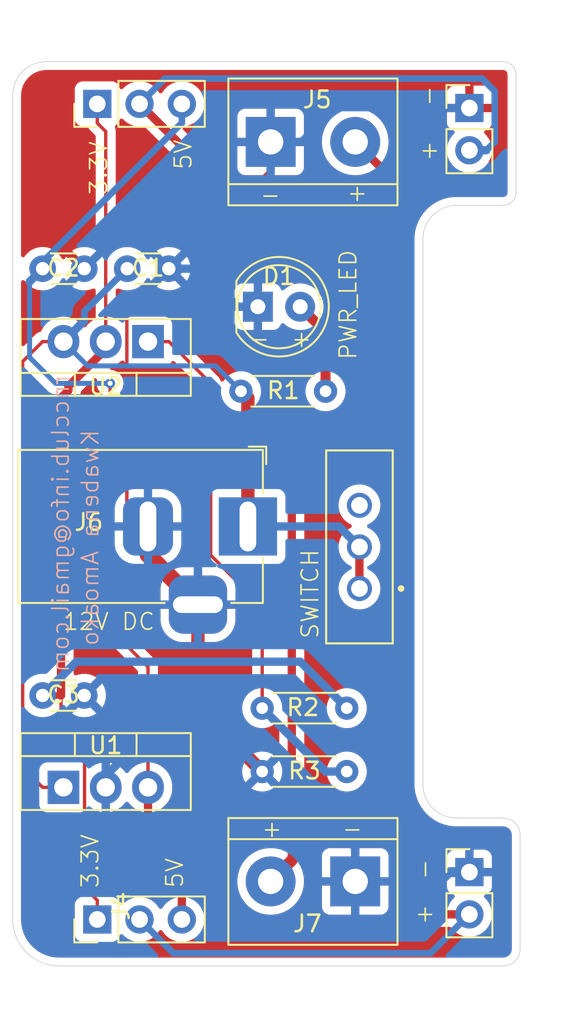
<source format=kicad_pcb>
(kicad_pcb (version 20241229) (generator "pcbnew") (generator_version "9.0")
  (title_block (title "BreadBoard Power Supply") (date "2025-07-16") (company "Kwabena Amoako"))
  (layers (0 "F.Cu" signal) (2 "B.Cu" signal) (13 "F.Paste" user) (15 "B.Paste" user) (5 "F.SilkS" user "F.Silkscreen") (7 "B.SilkS" user "B.Silkscreen") (1 "F.Mask" user) (3 "B.Mask" user) (25 "Edge.Cuts" user))
  (net 0 "")
  (net 1 "12V")
  (net 2 "GND")
  (net 3 "5V")
  (net 4 "3.3V")
  (net 5 "Net-(D1-A)")
  (net 6 "Net-(J1-Pin_2)")
  (net 7 "Net-(J2-Pin_2)")
  (net 8 "Net-(U2-ADJ)")
  (footprint "Capacitor_THT:C_Disc_D3.0mm_W1.6mm_P2.50mm" (layer "F.Cu") (at 114.162 67.6095)
    (property "Reference" "C1" (at 1.25 -0.0455 0) (layer "F.SilkS"))
    (property "Value" "10u")
    (fp_line (start 0.485 -0.92) (end 2.015 -0.92) (stroke (width 0.12)) (layer "F.SilkS"))
    (fp_line (start 2.015 0.92) (end 0.485 0.92) (stroke (width 0.12)) (layer "F.SilkS"))
    (pad "1" thru_hole circle (at 0 0) (size 1.6 1.6) (drill 0.8) (layers "*.Cu" "*.Mask") (net 1 "12V"))
    (pad "2" thru_hole circle (at 2.5 0) (size 1.6 1.6) (drill 0.8) (layers "*.Cu" "*.Mask") (net 2 "GND"))
  )
  (footprint "TerminalBlock:TerminalBlock_bornier-2_P5.08mm" (layer "F.Cu") (at 127.858 104.4395 180)
    (property "Reference" "J7" (at 2.873334 -2.54 0) (layer "F.SilkS"))
    (property "Value" "Screw_Terminal_01x02")
    (fp_line (start 7.62 3.81) (end 7.62 -3.81) (stroke (width 0.12)) (layer "F.SilkS"))
    (fp_line (start 7.62 2.54) (end -2.54 2.54) (stroke (width 0.12)) (layer "F.SilkS"))
    (fp_line (start 7.62 -3.81) (end -2.54 -3.81) (stroke (width 0.12)) (layer "F.SilkS"))
    (fp_line (start -2.54 3.81) (end 7.62 3.81) (stroke (width 0.12)) (layer "F.SilkS"))
    (fp_line (start -2.54 -3.81) (end -2.54 3.81) (stroke (width 0.12)) (layer "F.SilkS"))
    (pad "1" thru_hole rect (at 0 0 180) (size 3 3) (drill 1.52) (layers "*.Cu" "*.Mask") (net 2 "GND"))
    (pad "2" thru_hole circle (at 5.08 0 180) (size 3 3) (drill 1.52) (layers "*.Cu" "*.Mask") (net 6 "Net-(J1-Pin_2)"))
  )
  (footprint "Resistor_THT:R_Axial_DIN0204_L3.6mm_D1.6mm_P5.08mm_Horizontal" (layer "F.Cu") (at 126.075 74.9755 180)
    (property "Reference" "R1" (at 2.54 0.0455 0) (layer "F.SilkS"))
    (property "Value" "330")
    (fp_line (start 0.62 0.92) (end 4.46 0.92) (stroke (width 0.12)) (layer "F.SilkS"))
    (fp_line (start 0.62 -0.92) (end 4.46 -0.92) (stroke (width 0.12)) (layer "F.SilkS"))
    (pad "1" thru_hole circle (at 0 0 180) (size 1.4 1.4) (drill 0.7) (layers "*.Cu" "*.Mask") (net 5 "Net-(D1-A)"))
    (pad "2" thru_hole circle (at 5.08 0 180) (size 1.4 1.4) (drill 0.7) (layers "*.Cu" "*.Mask") (net 1 "12V"))
  )
  (footprint "Resistor_THT:R_Axial_DIN0204_L3.6mm_D1.6mm_P5.08mm_Horizontal" (layer "F.Cu") (at 122.27 97.8355)
    (property "Reference" "R3" (at 2.54 -0.0455 0) (layer "F.SilkS"))
    (property "Value" "560")
    (fp_line (start 0.62 -0.92) (end 4.46 -0.92) (stroke (width 0.12)) (layer "F.SilkS"))
    (fp_line (start 0.62 0.92) (end 4.46 0.92) (stroke (width 0.12)) (layer "F.SilkS"))
    (pad "1" thru_hole circle (at 0 0) (size 1.4 1.4) (drill 0.7) (layers "*.Cu" "*.Mask") (net 2 "GND"))
    (pad "2" thru_hole circle (at 5.08 0) (size 1.4 1.4) (drill 0.7) (layers "*.Cu" "*.Mask") (net 8 "Net-(U2-ADJ)"))
  )
  (footprint "Capacitor_THT:C_Disc_D3.0mm_W1.6mm_P2.50mm" (layer "F.Cu") (at 109.082 67.6095)
    (property "Reference" "C2" (at 1.25 -0.0455 0) (layer "F.SilkS"))
    (property "Value" "0.1u")
    (fp_line (start 0.485 -0.92) (end 2.015 -0.92) (stroke (width 0.12)) (layer "F.SilkS"))
    (fp_line (start 2.015 0.92) (end 0.485 0.92) (stroke (width 0.12)) (layer "F.SilkS"))
    (pad "1" thru_hole circle (at 0 0) (size 1.6 1.6) (drill 0.8) (layers "*.Cu" "*.Mask") (net 3 "5V"))
    (pad "2" thru_hole circle (at 2.5 0) (size 1.6 1.6) (drill 0.8) (layers "*.Cu" "*.Mask") (net 2 "GND"))
  )
  (footprint "TerminalBlock:TerminalBlock_bornier-2_P5.08mm" (layer "F.Cu") (at 122.778 59.9895)
    (property "Reference" "J5" (at 2.794 -2.54 0) (layer "F.SilkS"))
    (property "Value" "Screw_Terminal_01x02")
    (fp_line (start -2.54 -3.81) (end -2.54 3.81) (stroke (width 0.12)) (layer "F.SilkS"))
    (fp_line (start -2.54 3.81) (end 7.62 3.81) (stroke (width 0.12)) (layer "F.SilkS"))
    (fp_line (start 7.62 -3.81) (end -2.54 -3.81) (stroke (width 0.12)) (layer "F.SilkS"))
    (fp_line (start 7.62 2.54) (end -2.54 2.54) (stroke (width 0.12)) (layer "F.SilkS"))
    (fp_line (start 7.62 3.81) (end 7.62 -3.81) (stroke (width 0.12)) (layer "F.SilkS"))
    (pad "1" thru_hole rect (at 0 0) (size 3 3) (drill 1.52) (layers "*.Cu" "*.Mask") (net 2 "GND"))
    (pad "2" thru_hole circle (at 5.08 0) (size 3 3) (drill 1.52) (layers "*.Cu" "*.Mask") (net 7 "Net-(J2-Pin_2)"))
  )
  (footprint "Package_TO_SOT_THT:TO-220-3_Vertical" (layer "F.Cu") (at 110.332 98.7855)
    (property "Reference" "U1" (at 2.54 -2.5195 0) (layer "F.SilkS"))
    (property "Value" "LM7805_TO220")
    (fp_line (start -2.57 -3.26) (end 7.65 -3.26) (stroke (width 0.12)) (layer "F.SilkS"))
    (fp_line (start -2.57 -1.88) (end 7.65 -1.88) (stroke (width 0.12)) (layer "F.SilkS"))
    (fp_line (start -2.57 1.36) (end -2.57 -3.26) (stroke (width 0.12)) (layer "F.SilkS"))
    (fp_line (start 0.69 -3.26) (end 0.69 -1.88) (stroke (width 0.12)) (layer "F.SilkS"))
    (fp_line (start 4.39 -3.26) (end 4.39 -1.88) (stroke (width 0.12)) (layer "F.SilkS"))
    (fp_line (start 7.65 -3.26) (end 7.65 1.36) (stroke (width 0.12)) (layer "F.SilkS"))
    (fp_line (start 7.65 1.36) (end -2.57 1.36) (stroke (width 0.12)) (layer "F.SilkS"))
    (pad "1" thru_hole rect (at 0 0) (size 1.905 2) (drill 1.1) (layers "*.Cu" "*.Mask") (net 1 "12V"))
    (pad "2" thru_hole oval (at 2.54 0) (size 1.905 2) (drill 1.1) (layers "*.Cu" "*.Mask") (net 2 "GND"))
    (pad "3" thru_hole oval (at 5.08 0) (size 1.905 2) (drill 1.1) (layers "*.Cu" "*.Mask") (net 3 "5V"))
  )
  (footprint "Package_TO_SOT_THT:TO-220-3_Vertical" (layer "F.Cu") (at 115.412 71.9935 180)
    (property "Reference" "U2" (at 2.54 -2.6825 0) (layer "F.SilkS"))
    (property "Value" "LM317_TO-220")
    (fp_line (start 7.65 1.36) (end -2.57 1.36) (stroke (width 0.12)) (layer "F.SilkS"))
    (fp_line (start 7.65 -3.26) (end 7.65 1.36) (stroke (width 0.12)) (layer "F.SilkS"))
    (fp_line (start 4.39 -3.26) (end 4.39 -1.88) (stroke (width 0.12)) (layer "F.SilkS"))
    (fp_line (start 0.69 -3.26) (end 0.69 -1.88) (stroke (width 0.12)) (layer "F.SilkS"))
    (fp_line (start -2.57 1.36) (end -2.57 -3.26) (stroke (width 0.12)) (layer "F.SilkS"))
    (fp_line (start -2.57 -1.88) (end 7.65 -1.88) (stroke (width 0.12)) (layer "F.SilkS"))
    (fp_line (start -2.57 -3.26) (end 7.65 -3.26) (stroke (width 0.12)) (layer "F.SilkS"))
    (pad "1" thru_hole rect (at 0 0 180) (size 1.905 2) (drill 1.1) (layers "*.Cu" "*.Mask") (net 8 "Net-(U2-ADJ)"))
    (pad "2" thru_hole oval (at 2.54 0 180) (size 1.905 2) (drill 1.1) (layers "*.Cu" "*.Mask") (net 4 "3.3V"))
    (pad "3" thru_hole oval (at 5.08 0 180) (size 1.905 2) (drill 1.1) (layers "*.Cu" "*.Mask") (net 1 "12V"))
  )
  (footprint "Resistor_THT:R_Axial_DIN0204_L3.6mm_D1.6mm_P5.08mm_Horizontal" (layer "F.Cu") (at 122.27 94.0255)
    (property "Reference" "R2" (at 2.444 -0.0455 0) (layer "F.SilkS"))
    (property "Value" "330")
    (fp_line (start 0.62 -0.92) (end 4.46 -0.92) (stroke (width 0.12)) (layer "F.SilkS"))
    (fp_line (start 0.62 0.92) (end 4.46 0.92) (stroke (width 0.12)) (layer "F.SilkS"))
    (pad "1" thru_hole circle (at 0 0) (size 1.4 1.4) (drill 0.7) (layers "*.Cu" "*.Mask") (net 8 "Net-(U2-ADJ)"))
    (pad "2" thru_hole circle (at 5.08 0) (size 1.4 1.4) (drill 0.7) (layers "*.Cu" "*.Mask") (net 4 "3.3V"))
  )
  (footprint "Capacitor_THT:C_Disc_D3.0mm_W1.6mm_P2.50mm" (layer "F.Cu") (at 109.082 93.2635)
    (property "Reference" "C3" (at 1.25 -0.0455 0) (layer "F.SilkS"))
    (property "Value" "1u")
    (fp_line (start 0.485 -0.92) (end 2.015 -0.92) (stroke (width 0.12)) (layer "F.SilkS"))
    (fp_line (start 2.015 0.92) (end 0.485 0.92) (stroke (width 0.12)) (layer "F.SilkS"))
    (pad "1" thru_hole circle (at 0 0) (size 1.6 1.6) (drill 0.8) (layers "*.Cu" "*.Mask") (net 4 "3.3V"))
    (pad "2" thru_hole circle (at 2.5 0) (size 1.6 1.6) (drill 0.8) (layers "*.Cu" "*.Mask") (net 2 "GND"))
  )
  (footprint "EG1218:SW_EG1218" (layer "F.Cu") (at 128.112 84.3335 90)
    (property "Reference" "S1" (hide yes))
    (property "Value" "EG1218")
    (fp_line (start 5.8 -2) (end 5.8 2) (stroke (width 0.127)) (layer "F.SilkS"))
    (fp_line (start -5.8 -2) (end 5.8 -2) (stroke (width 0.127)) (layer "F.SilkS"))
    (fp_line (start 5.8 2) (end -5.8 2) (stroke (width 0.127)) (layer "F.SilkS"))
    (fp_line (start -5.8 2) (end -5.8 -2) (stroke (width 0.127)) (layer "F.SilkS"))
    (fp_circle (center -2.5 2.5) (end -2.4 2.5) (stroke (width 0.2)) (fill no) (layer "F.SilkS"))
    (pad "1" thru_hole circle (at -2.5 0 90) (size 1.508 1.508) (drill 1) (layers "*.Cu" "*.Mask") (net 1 "12V"))
    (pad "2" thru_hole circle (at 0 0 90) (size 1.508 1.508) (drill 1) (layers "*.Cu" "*.Mask") (net 1 "12V"))
    (pad "3" thru_hole circle (at 2.5 0 90) (size 1.508 1.508) (drill 1) (layers "*.Cu" "*.Mask"))
  )
  (footprint "Connector_PinHeader_2.54mm:PinHeader_1x02_P2.54mm_Vertical" (layer "F.Cu") (at 134.716 103.8807)
    (property "Reference" "J2" (hide yes))
    (property "Value" "Conn_01x02_Pin")
    (fp_line (start -1.38 -1.38) (end 0 -1.38) (stroke (width 0.12)) (layer "F.SilkS"))
    (fp_line (start -1.38 0) (end -1.38 -1.38) (stroke (width 0.12)) (layer "F.SilkS"))
    (fp_line (start -1.38 1.27) (end -1.38 3.92) (stroke (width 0.12)) (layer "F.SilkS"))
    (fp_line (start -1.38 1.27) (end 1.38 1.27) (stroke (width 0.12)) (layer "F.SilkS"))
    (fp_line (start -1.38 3.92) (end 1.38 3.92) (stroke (width 0.12)) (layer "F.SilkS"))
    (fp_line (start 1.38 1.27) (end 1.38 3.92) (stroke (width 0.12)) (layer "F.SilkS"))
    (pad "1" thru_hole rect (at 0 0) (size 1.7 1.7) (drill 1) (layers "*.Cu" "*.Mask") (net 2 "GND"))
    (pad "2" thru_hole circle (at 0 2.54) (size 1.7 1.7) (drill 1) (layers "*.Cu" "*.Mask") (net 7 "Net-(J2-Pin_2)"))
  )
  (footprint "Connector_PinHeader_2.54mm:PinHeader_1x02_P2.54mm_Vertical" (layer "F.Cu") (at 134.716 57.9525)
    (property "Reference" "J1" (hide yes))
    (property "Value" "Conn_01x02_Pin")
    (fp_line (start -1.38 -1.38) (end 0 -1.38) (stroke (width 0.12)) (layer "F.SilkS"))
    (fp_line (start -1.38 0) (end -1.38 -1.38) (stroke (width 0.12)) (layer "F.SilkS"))
    (fp_line (start -1.38 1.27) (end -1.38 3.92) (stroke (width 0.12)) (layer "F.SilkS"))
    (fp_line (start -1.38 1.27) (end 1.38 1.27) (stroke (width 0.12)) (layer "F.SilkS"))
    (fp_line (start -1.38 3.92) (end 1.38 3.92) (stroke (width 0.12)) (layer "F.SilkS"))
    (fp_line (start 1.38 1.27) (end 1.38 3.92) (stroke (width 0.12)) (layer "F.SilkS"))
    (pad "1" thru_hole rect (at 0 0) (size 1.7 1.7) (drill 1) (layers "*.Cu" "*.Mask") (net 2 "GND"))
    (pad "2" thru_hole circle (at 0 2.54) (size 1.7 1.7) (drill 1) (layers "*.Cu" "*.Mask") (net 6 "Net-(J1-Pin_2)"))
  )
  (footprint "LED_THT:LED_D5.0mm" (layer "F.Cu") (at 122.011 69.8955)
    (property "Reference" "D1" (at 1.27 -1.8235 0) (layer "F.SilkS"))
    (property "Value" "LED")
    (fp_line (start -1.29 -1.545) (end -1.29 1.545) (stroke (width 0.12)) (layer "F.SilkS"))
    (fp_arc (start -1.29 -1.54483) (mid 2.071779 -2.880495) (end 4.26 0) (stroke (width 0.12)) (layer "F.SilkS"))
    (fp_arc (start 4.26 0) (mid 2.071779 2.880495) (end -1.29 1.54483) (stroke (width 0.12)) (layer "F.SilkS"))
    (fp_circle (center 1.27 0) (end 3.77 0) (stroke (width 0.12)) (fill no) (layer "F.SilkS"))
    (pad "1" thru_hole rect (at 0 0) (size 1.8 1.8) (drill 0.9) (layers "*.Cu" "*.Mask") (net 2 "GND"))
    (pad "2" thru_hole circle (at 2.54 0) (size 1.8 1.8) (drill 0.9) (layers "*.Cu" "*.Mask") (net 5 "Net-(D1-A)"))
  )
  (footprint "Connector_BarrelJack:BarrelJack_Horizontal" (layer "F.Cu") (at 121.412 83.1035)
    (property "Reference" "J6" (at -9.556 -0.254 0) (layer "F.SilkS"))
    (property "Value" "DC_IN")
    (fp_line (start -13.8 -4.6) (end 0.9 -4.6) (stroke (width 0.12)) (layer "F.SilkS"))
    (fp_line (start -13.8 4.6) (end -13.8 -4.6) (stroke (width 0.12)) (layer "F.SilkS"))
    (fp_line (start -5 4.6) (end -13.8 4.6) (stroke (width 0.12)) (layer "F.SilkS"))
    (fp_line (start 0.05 -4.8) (end 1.1 -4.8) (stroke (width 0.12)) (layer "F.SilkS"))
    (fp_line (start 0.9 -4.6) (end 0.9 -2) (stroke (width 0.12)) (layer "F.SilkS"))
    (fp_line (start 0.9 1.9) (end 0.9 4.6) (stroke (width 0.12)) (layer "F.SilkS"))
    (fp_line (start 0.9 4.6) (end -1 4.6) (stroke (width 0.12)) (layer "F.SilkS"))
    (fp_line (start 1.1 -3.75) (end 1.1 -4.8) (stroke (width 0.12)) (layer "F.SilkS"))
    (pad "1" thru_hole rect (at 0 0) (size 3.5 3.5) (drill oval 1 3) (layers "*.Cu" "*.Mask") (net 1 "12V"))
    (pad "2" thru_hole roundrect (at -6 0) (size 3 3.5) (drill oval 1 3) (layers "*.Cu" "*.Mask") (net 2 "GND"))
    (pad "3" thru_hole roundrect (at -3 4.7) (size 3.5 3.5) (drill oval 3 1) (layers "*.Cu" "*.Mask") (net 2 "GND"))
  )
  (footprint "Connector_PinHeader_2.54mm:PinHeader_1x03_P2.54mm_Vertical" (layer "F.Cu") (at 112.364 106.7255 90)
    (property "Reference" "J4" (at 0.8075 1.428 90) (layer "F.SilkS"))
    (property "Value" "Conn_01x03_Pin")
    (fp_line (start -1.38 -1.38) (end 0 -1.38) (stroke (width 0.12)) (layer "F.SilkS"))
    (fp_line (start -1.38 0) (end -1.38 -1.38) (stroke (width 0.12)) (layer "F.SilkS"))
    (fp_line (start 1.38 1.27) (end 1.38 6.46) (stroke (width 0.12)) (layer "F.SilkS"))
    (fp_line (start -1.38 1.27) (end 1.38 1.27) (stroke (width 0.12)) (layer "F.SilkS"))
    (fp_line (start -1.38 1.27) (end -1.38 6.46) (stroke (width 0.12)) (layer "F.SilkS"))
    (fp_line (start -1.38 6.46) (end 1.38 6.46) (stroke (width 0.12)) (layer "F.SilkS"))
    (pad "1" thru_hole rect (at 0 0 90) (size 1.7 1.7) (drill 1) (layers "*.Cu" "*.Mask") (net 4 "3.3V"))
    (pad "2" thru_hole circle (at 0 2.54 90) (size 1.7 1.7) (drill 1) (layers "*.Cu" "*.Mask") (net 7 "Net-(J2-Pin_2)"))
    (pad "3" thru_hole circle (at 0 5.08 90) (size 1.7 1.7) (drill 1) (layers "*.Cu" "*.Mask") (net 3 "5V"))
  )
  (footprint "Connector_PinHeader_2.54mm:PinHeader_1x03_P2.54mm_Vertical" (layer "F.Cu") (at 112.364 57.7035 90)
    (property "Reference" "J3" (hide yes))
    (property "Value" "Conn_01x03_Pin")
    (fp_line (start -1.38 -1.38) (end 0 -1.38) (stroke (width 0.12)) (layer "F.SilkS"))
    (fp_line (start -1.38 0) (end -1.38 -1.38) (stroke (width 0.12)) (layer "F.SilkS"))
    (fp_line (start 1.38 1.27) (end 1.38 6.46) (stroke (width 0.12)) (layer "F.SilkS"))
    (fp_line (start -1.38 1.27) (end 1.38 1.27) (stroke (width 0.12)) (layer "F.SilkS"))
    (fp_line (start -1.38 1.27) (end -1.38 6.46) (stroke (width 0.12)) (layer "F.SilkS"))
    (fp_line (start -1.38 6.46) (end 1.38 6.46) (stroke (width 0.12)) (layer "F.SilkS"))
    (pad "1" thru_hole rect (at 0 0 90) (size 1.7 1.7) (drill 1) (layers "*.Cu" "*.Mask") (net 4 "3.3V"))
    (pad "2" thru_hole circle (at 0 2.54 90) (size 1.7 1.7) (drill 1) (layers "*.Cu" "*.Mask") (net 6 "Net-(J1-Pin_2)"))
    (pad "3" thru_hole circle (at 0 5.08 90) (size 1.7 1.7) (drill 1) (layers "*.Cu" "*.Mask") (net 3 "5V"))
  )
  (gr_arc (start 131.922 65.8315) (mid 132.517159 64.394659) (end 133.954 63.7995) (stroke (width 0.05)) (layer "Edge.Cuts"))
  (gr_line (start 110.078 109.5195) (end 136.748 109.5195) (stroke (width 0.05)) (layer "Edge.Cuts"))
  (gr_line (start 136.748 100.6295) (end 133.954 100.6295) (stroke (width 0.05)) (layer "Edge.Cuts"))
  (gr_line (start 136.748 55.1635) (end 109.316 55.1635) (stroke (width 0.05)) (layer "Edge.Cuts"))
  (gr_line (start 131.922 98.5975) (end 131.922 65.8315) (stroke (width 0.05)) (layer "Edge.Cuts"))
  (gr_line (start 133.954 63.7995) (end 136.748 63.7995) (stroke (width 0.05)) (layer "Edge.Cuts"))
  (gr_arc (start 137.51 63.0375) (mid 137.286815 63.576315) (end 136.748 63.7995) (stroke (width 0.05)) (layer "Edge.Cuts"))
  (gr_line (start 137.51 63.0375) (end 137.51 55.9255) (stroke (width 0.05)) (layer "Edge.Cuts"))
  (gr_arc (start 110.078 109.5195) (mid 108.102344 108.701156) (end 107.284 106.7255) (stroke (width 0.05)) (layer "Edge.Cuts"))
  (gr_arc (start 136.748 55.1635) (mid 137.286815 55.386685) (end 137.51 55.9255) (stroke (width 0.05)) (layer "Edge.Cuts"))
  (gr_line (start 107.284 57.1955) (end 107.284 106.7255) (stroke (width 0.05)) (layer "Edge.Cuts"))
  (gr_arc (start 137.764 108.5035) (mid 137.46642 109.22192) (end 136.748 109.5195) (stroke (width 0.05)) (layer "Edge.Cuts"))
  (gr_arc (start 133.954 100.6295) (mid 132.517159 100.034341) (end 131.922 98.5975) (stroke (width 0.05)) (layer "Edge.Cuts"))
  (gr_line (start 137.764 108.5035) (end 137.764 101.6455) (stroke (width 0.05)) (layer "Edge.Cuts"))
  (gr_arc (start 136.748 100.6295) (mid 137.46642 100.92708) (end 137.764 101.6455) (stroke (width 0.05)) (layer "Edge.Cuts"))
  (gr_arc (start 107.284 57.1955) (mid 107.879159 55.758659) (end 109.316 55.1635) (stroke (width 0.05)) (layer "Edge.Cuts"))
  (gr_text "+" (at 122.174 101.854 0) (layer "F.SilkS") (effects (font (size 1 1) (thickness 0.1)) (justify left bottom)))
  (gr_text "SWITCH" (at 125.73 89.916 90) (layer "F.SilkS") (effects (font (size 1 1) (thickness 0.1)) (justify left bottom)))
  (gr_text "5V" (at 118.11 61.722 90) (layer "F.SilkS") (effects (font (size 1 1) (thickness 0.1)) (justify left bottom)))
  (gr_text "-" (at 127 101.854 0) (layer "F.SilkS") (effects (font (size 1 1) (thickness 0.1)) (justify left bottom)))
  (gr_text "-" (at 121.412 72.3955 0) (layer "F.SilkS") (effects (font (size 1 1) (thickness 0.1)) (justify left bottom)))
  (gr_text "+" (at 131.379453 106.934 0) (layer "F.SilkS") (effects (font (size 1 1) (thickness 0.1)) (justify left bottom)))
  (gr_text "3.3V" (at 113.03 63.246 90) (layer "F.SilkS") (effects (font (size 1 1) (thickness 0.1)) (justify left bottom)))
  (gr_text "-" (at 132.842 57.912 90) (layer "F.SilkS") (effects (font (size 1 1) (thickness 0.1)) (justify left bottom)))
  (gr_text "3.3V" (at 112.522 104.902 90) (layer "F.SilkS") (effects (font (size 1 1) (thickness 0.1)) (justify left bottom)))
  (gr_text "+" (at 128.490958 63.7995 90) (layer "F.SilkS") (effects (font (size 1 1) (thickness 0.1)) (justify left bottom)))
  (gr_text "PWR_LED" (at 128.016 73.152 90) (layer "F.SilkS") (effects (font (size 1 1) (thickness 0.1)) (justify left bottom)))
  (gr_text "-" (at 123.444 62.738 180) (layer "F.SilkS") (effects (font (size 1 1) (thickness 0.1)) (justify left bottom)))
  (gr_text "12V DC" (at 110.236 89.408 0) (layer "F.SilkS") (effects (font (size 1 1) (thickness 0.1)) (justify left bottom)))
  (gr_text "-" (at 132.588 104.394 90) (layer "F.SilkS") (effects (font (size 1 1) (thickness 0.1)) (justify left bottom)))
  (gr_text "+" (at 123.952 72.3955 0) (layer "F.SilkS") (effects (font (size 1 1) (thickness 0.1)) (justify left bottom)))
  (gr_text "5V" (at 117.602 104.902 90) (layer "F.SilkS") (effects (font (size 1 1) (thickness 0.1)) (justify left bottom)))
  (gr_text "+" (at 132.842 61.214 90) (layer "F.SilkS") (effects (font (size 1 1) (thickness 0.1)) (justify left bottom)))
  (gr_text "rncclub.info@gmail.com" (at 110.744 73.914 90) (layer "B.SilkS") (effects (font (size 1 1) (thickness 0.1)) (justify left bottom mirror)))
  (gr_text "Kwabena Amoako" (at 112.522 77.216 90) (layer "B.SilkS") (effects (font (size 1 1) (thickness 0.1)) (justify left bottom mirror)))
  (segment (start 120.995 74.9755) (end 121.412 75.3925) (width 0.8) (layer "F.Cu") (net 1))
  (segment (start 110.332 98.7855) (end 109.0778 98.7855) (width 0.2) (layer "F.Cu") (net 1))
  (segment (start 128.112 84.3335) (end 128.112 86.8335) (width 0.5) (layer "F.Cu") (net 1))
  (segment (start 121.412 75.3925) (end 121.412 83.1035) (width 0.8) (layer "F.Cu") (net 1))
  (segment (start 107.885 73.1863) (end 109.0778 71.9935) (width 0.2) (layer "F.Cu") (net 1))
  (segment (start 109.0778 71.9935) (end 110.332 71.9935) (width 0.2) (layer "F.Cu") (net 1))
  (segment (start 109.0778 98.7855) (end 107.885 97.5927) (width 0.2) (layer "F.Cu") (net 1))
  (segment (start 107.885 97.5927) (end 107.885 73.1863) (width 0.2) (layer "F.Cu") (net 1))
  (segment (start 111.5862 70.1853) (end 111.5862 70.7393) (width 0.4) (layer "B.Cu") (net 1))
  (segment (start 111.5862 70.7393) (end 110.332 71.9935) (width 0.5) (layer "B.Cu") (net 1))
  (segment (start 111.79 73.4515) (end 110.332 71.9935) (width 0.3) (layer "B.Cu") (net 1))
  (segment (start 114.162 67.6095) (end 111.5862 70.1853) (width 0.4) (layer "B.Cu") (net 1))
  (segment (start 119.471 73.4515) (end 111.79 73.4515) (width 0.3) (layer "B.Cu") (net 1))
  (segment (start 121.412 83.1035) (end 126.882 83.1035) (width 0.5) (layer "B.Cu") (net 1))
  (segment (start 120.995 74.9755) (end 119.471 73.4515) (width 0.3) (layer "B.Cu") (net 1))
  (segment (start 126.882 83.1035) (end 128.112 84.3335) (width 0.5) (layer "B.Cu") (net 1))
  (segment (start 118.412 93.9775) (end 118.412 87.8035) (width 0.8) (layer "F.Cu") (net 2))
  (segment (start 112.872 98.7855) (end 112.872 97.4838) (width 0.4) (layer "F.Cu") (net 2))
  (segment (start 112.872 97.4838) (end 112.872 95.6621) (width 0.4) (layer "F.Cu") (net 2))
  (segment (start 112.872 94.5535) (end 111.582 93.2635) (width 0.4) (layer "F.Cu") (net 2))
  (segment (start 114.142 70.1295) (end 114.142 81.8335) (width 0.2) (layer "F.Cu") (net 2))
  (segment (start 122.011 69.8955) (end 122.011 62.5582) (width 0.4) (layer "F.Cu") (net 2))
  (segment (start 116.662 67.6095) (end 114.142 70.1295) (width 0.2) (layer "F.Cu") (net 2))
  (segment (start 114.142 81.8335) (end 115.412 83.1035) (width 0.2) (layer "F.Cu") (net 2))
  (segment (start 118.412 87.8035) (end 115.412 84.8035) (width 1) (layer "F.Cu") (net 2))
  (segment (start 112.872 95.6208) (end 112.872 94.5535) (width 0.4) (layer "F.Cu") (net 2))
  (segment (start 122.778 59.9895) (end 122.778 61.7912) (width 0.4) (layer "F.Cu") (net 2))
  (segment (start 112.872 95.6621) (end 112.872 95.6208) (width 0.2) (layer "F.Cu") (net 2))
  (segment (start 115.412 83.9535) (end 115.412 83.1035) (width 0.2) (layer "F.Cu") (net 2))
  (segment (start 115.412 84.8035) (end 115.412 83.9948) (width 0.2) (layer "F.Cu") (net 2))
  (segment (start 122.011 62.5582) (end 122.778 61.7912) (width 0.4) (layer "F.Cu") (net 2))
  (segment (start 115.412 83.9948) (end 115.412 83.9535) (width 0.2) (layer "F.Cu") (net 2))
  (segment (start 122.27 97.8355) (end 118.412 93.9775) (width 0.8) (layer "F.Cu") (net 2))
  (segment (start 113.36 65.8315) (end 114.884 65.8315) (width 0.4) (layer "B.Cu") (net 2))
  (segment (start 124.5797 59.9895) (end 126.6167 57.9525) (width 0.4) (layer "B.Cu") (net 2))
  (segment (start 111.582 67.6095) (end 113.36 65.8315) (width 0.4) (layer "B.Cu") (net 2))
  (segment (start 133.0055 104.4395) (end 133.5643 103.8807) (width 0.5) (layer "B.Cu") (net 2))
  (segment (start 127.858 102.4075) (end 126.842 101.3915) (width 0.5) (layer "B.Cu") (net 2))
  (segment (start 125.826 101.3915) (end 122.27 97.8355) (width 0.5) (layer "B.Cu") (net 2))
  (segment (start 120.8093 69.8955) (end 118.5233 67.6095) (width 0.5) (layer "B.Cu") (net 2))
  (segment (start 122.778 59.9895) (end 124.5797 59.9895) (width 0.5) (layer "B.Cu") (net 2))
  (segment (start 122.011 69.8955) (end 120.8093 69.8955) (width 0.5) (layer "B.Cu") (net 2))
  (segment (start 114.396 96.5655) (end 112.872 98.0895) (width 0.5) (layer "B.Cu") (net 2))
  (segment (start 118.5233 67.6095) (end 116.662 67.6095) (width 0.5) (layer "B.Cu") (net 2))
  (segment (start 112.872 98.0895) (end 112.872 98.7855) (width 0.5) (layer "B.Cu") (net 2))
  (segment (start 126.6167 57.9525) (end 134.716 57.9525) (width 0.4) (layer "B.Cu") (net 2))
  (segment (start 127.858 104.4395) (end 133.0055 104.4395) (width 0.5) (layer "B.Cu") (net 2))
  (segment (start 121 96.5655) (end 114.396 96.5655) (width 0.5) (layer "B.Cu") (net 2))
  (segment (start 114.884 65.8315) (end 116.662 67.6095) (width 0.4) (layer "B.Cu") (net 2))
  (segment (start 126.842 101.3915) (end 125.826 101.3915) (width 0.5) (layer "B.Cu") (net 2))
  (segment (start 122.27 97.8355) (end 121 96.5655) (width 0.5) (layer "B.Cu") (net 2))
  (segment (start 134.716 103.8807) (end 133.5643 103.8807) (width 0.6) (layer "B.Cu") (net 2))
  (segment (start 127.858 104.4395) (end 127.858 102.4075) (width 0.5) (layer "B.Cu") (net 2))
  (segment (start 115.412 91.5434) (end 115.412 98.7855) (width 0.2) (layer "F.Cu") (net 3))
  (segment (start 113.1362 89.2676) (end 115.412 91.5434) (width 0.2) (layer "F.Cu") (net 3))
  (segment (start 115.412 102.1535) (end 117.444 104.1855) (width 0.5) (layer "F.Cu") (net 3))
  (segment (start 113.1362 74.5015) (end 113.1362 89.2676) (width 0.2) (layer "F.Cu") (net 3))
  (segment (start 117.444 104.1855) (end 117.444 106.7255) (width 0.5) (layer "F.Cu") (net 3))
  (segment (start 115.412 98.7855) (end 115.412 102.1535) (width 0.5) (layer "F.Cu") (net 3))
  (via (at 113.1362 74.5015) (size 0.6) (drill 0.3) (layers "F.Cu" "B.Cu") (net 3))
  (segment (start 108.3 72.9435) (end 109.858 74.5015) (width 0.3) (layer "B.Cu") (net 3))
  (segment (start 109.082 67.6095) (end 108.3 68.3915) (width 0.5) (layer "B.Cu") (net 3))
  (segment (start 117.444 57.7035) (end 117.444 58.8465) (width 0.4) (layer "B.Cu") (net 3))
  (segment (start 109.082 67.2085) (end 109.082 67.6095) (width 0.5) (layer "B.Cu") (net 3))
  (segment (start 109.858 74.5015) (end 113.1362 74.5015) (width 0.3) (layer "B.Cu") (net 3))
  (segment (start 117.444 58.8465) (end 109.082 67.2085) (width 0.4) (layer "B.Cu") (net 3))
  (segment (start 108.3 68.3915) (end 108.3 72.9435) (width 0.3) (layer "B.Cu") (net 3))
  (segment (start 110.1888 93.2635) (end 110.1888 75.3727) (width 0.5) (layer "F.Cu") (net 4))
  (segment (start 110.1888 94.3703) (end 111.6019 95.7834) (width 0.2) (layer "F.Cu") (net 4))
  (segment (start 112.872 59.3632) (end 112.364 58.8552) (width 0.2) (layer "F.Cu") (net 4))
  (segment (start 110.1888 75.3727) (end 110.6308 74.9307) (width 0.5) (layer "F.Cu") (net 4))
  (segment (start 112.364 105.5738) (end 112.364 106.7255) (width 0.2) (layer "F.Cu") (net 4))
  (segment (start 109.082 93.2635) (end 110.1888 93.2635) (width 0.4) (layer "F.Cu") (net 4))
  (segment (start 112.872 71.9935) (end 112.872 59.3632) (width 0.2) (layer "F.Cu") (net 4))
  (segment (start 110.1888 93.2635) (end 110.1888 94.3703) (width 0.2) (layer "F.Cu") (net 4))
  (segment (start 112.872 72.4355) (end 112.872 71.9935) (width 0.2) (layer "F.Cu") (net 4))
  (segment (start 111.6019 95.7834) (end 111.6019 104.8117) (width 0.2) (layer "F.Cu") (net 4))
  (segment (start 110.6308 74.6767) (end 112.872 72.4355) (width 0.5) (layer "F.Cu") (net 4))
  (segment (start 111.6019 104.8117) (end 112.364 105.5738) (width 0.2) (layer "F.Cu") (net 4))
  (segment (start 110.6308 74.9307) (end 110.6308 74.6767) (width 0.5) (layer "F.Cu") (net 4))
  (segment (start 112.364 57.7035) (end 112.364 58.8552) (width 0.2) (layer "F.Cu") (net 4))
  (segment (start 109.082 93.2635) (end 111.114 91.2315) (width 0.5) (layer "B.Cu") (net 4))
  (segment (start 124.556 91.2315) (end 127.35 94.0255) (width 0.5) (layer "B.Cu") (net 4))
  (segment (start 111.114 91.2315) (end 124.556 91.2315) (width 0.5) (layer "B.Cu") (net 4))
  (segment (start 126.075 71.4195) (end 126.075 74.9755) (width 0.6) (layer "F.Cu") (net 5))
  (segment (start 124.551 69.8955) (end 126.075 71.4195) (width 0.6) (layer "F.Cu") (net 5))
  (segment (start 124.048 103.1695) (end 124.048 75.2295) (width 0.5) (layer "F.Cu") (net 6))
  (segment (start 119.476 62.2755) (end 114.904 57.7035) (width 0.5) (layer "F.Cu") (net 6))
  (segment (start 124.048 75.2295) (end 119.476 70.6575) (width 0.4) (layer "F.Cu") (net 6))
  (segment (start 119.476 70.6575) (end 119.476 62.2755) (width 0.4) (layer "F.Cu") (net 6))
  (segment (start 122.778 104.4395) (end 124.048 103.1695) (width 0.7) (layer "F.Cu") (net 6))
  (segment (start 134.716 60.4925) (end 135.737 60.4925) (width 0.5) (layer "B.Cu") (net 6))
  (segment (start 135.737 60.4925) (end 136.24 59.9895) (width 0.4) (layer "B.Cu") (net 6))
  (segment (start 116.0865 56.521) (end 114.904 57.7035) (width 0.4) (layer "B.Cu") (net 6))
  (segment (start 136.24 56.9415) (end 135.8195 56.521) (width 0.4) (layer "B.Cu") (net 6))
  (segment (start 116.428 56.1795) (end 116.0865 56.521) (width 0.4) (layer "B.Cu") (net 6))
  (segment (start 136.24 59.9895) (end 136.24 56.9415) (width 0.4) (layer "B.Cu") (net 6))
  (segment (start 135.8195 56.521) (end 135.478 56.1795) (width 0.4) (layer "B.Cu") (net 6))
  (segment (start 135.478 56.1795) (end 116.428 56.1795) (width 0.4) (layer "B.Cu") (net 6))
  (segment (start 130.4986 62.6301) (end 127.858 59.9895) (width 0.5) (layer "F.Cu") (net 7))
  (segment (start 132.6332 106.4207) (end 130.4986 104.2861) (width 0.5) (layer "F.Cu") (net 7))
  (segment (start 134.716 106.4207) (end 132.6332 106.4207) (width 0.5) (layer "F.Cu") (net 7))
  (segment (start 130.4986 104.2861) (end 130.4986 62.6301) (width 0.5) (layer "F.Cu") (net 7))
  (segment (start 132.3792 108.7575) (end 134.716 106.4207) (width 0.4) (layer "B.Cu") (net 7))
  (segment (start 116.936 108.7575) (end 132.3792 108.7575) (width 0.4) (layer "B.Cu") (net 7))
  (segment (start 114.904 106.7255) (end 116.936 108.7575) (width 0.4) (layer "B.Cu") (net 7))
  (segment (start 116.6662 71.9935) (end 119.1789 74.5062) (width 0.2) (layer "F.Cu") (net 8))
  (segment (start 119.1789 74.5062) (end 119.1789 84.832) (width 0.2) (layer "F.Cu") (net 8))
  (segment (start 119.1789 84.832) (end 122.27 87.9231) (width 0.2) (layer "F.Cu") (net 8))
  (segment (start 115.412 71.9935) (end 116.6662 71.9935) (width 0.2) (layer "F.Cu") (net 8))
  (segment (start 122.27 87.9231) (end 122.27 94.0255) (width 0.2) (layer "F.Cu") (net 8))
  (segment (start 127.35 97.8355) (end 126.08 97.8355) (width 0.5) (layer "B.Cu") (net 8))
  (segment (start 126.08 97.8355) (end 122.27 94.0255) (width 0.5) (layer "B.Cu") (net 8))
  (zone (net 2) (net_name "GND") (layer "F.Cu") (connect_pads (clearance 0.5)) (min_thickness 0.25) (fill yes (thermal_gap 0.5) (thermal_bridge_width 0.5))
    (polygon (pts (xy 138.272 54.6555) (xy 106.522 54.6555) (xy 106.776 110.5355) (xy 138.78 110.5355) (xy 138.78 99.8675) (xy 133.7 99.8675) (xy 133.7 64.8155) (xy 138.272 64.8155)))
  )
  (zone (net 2) (net_name "GND") (layer "B.Cu") (connect_pads (clearance 0.5)) (min_thickness 0.25) (fill yes (thermal_gap 0.5) (thermal_bridge_width 0.5))
    (polygon (pts (xy 138.272 54.6555) (xy 106.522 54.6555) (xy 106.776 110.5355) (xy 138.78 110.5355) (xy 138.78 99.8675) (xy 133.7 99.8675) (xy 133.7 64.8155) (xy 138.272 64.8155)))
  )
)
</source>
